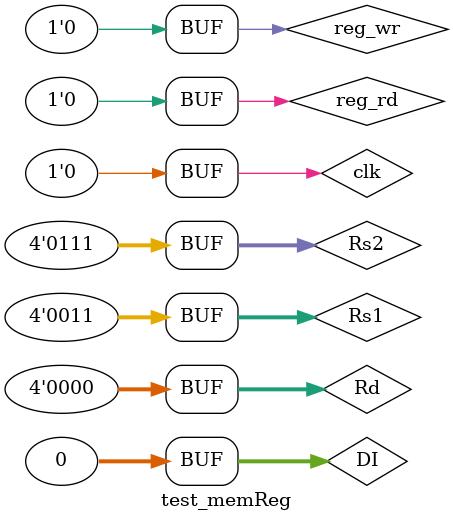
<source format=sv>
module test_memReg();

	logic reg_rd, reg_wr, clk;
	logic [3:0] Rd, Rs1, Rs2;
	logic [31:0] DI, D1, D2;
	
	memReg DUT(.rd_allow(reg_rd), .wr_allow(reg_wr), .clk(clk),
				  .Rd(Rd), .Rs1(Rs1), .Rs2(Rs2),
				  .DI(DI), .D1(D1), .D2(D2));
	
	initial begin
		
		reg_rd = 1'b0; reg_wr = 1'b0; clk = 1'b1;
		Rd = 4'd0; Rs1 = 4'd0; Rs2 = 4'd1;
		DI = 32'h45;
		#10 clk = 1'b0;
		#10 reg_wr = 1'b1; clk = 1'b1;
		#10 clk = 1'b0;
		#10 reg_rd = 1'b1; reg_wr = 1'b1; clk = 1'b1;
		Rd = 4'd1;
		DI = 32'h33;
		#10 clk = 1'b0;
		#10 clk = 1'b1;
		Rd = 4'd4;
		DI = 32'h777;
		#10 clk = 1'b0;
		#10 clk = 1'b1;
		Rd = 4'd7;
		DI = 32'h69;
		#10 clk = 1'b0;
		#10 reg_wr = 1'b0; clk = 1'b1;
		Rd = 4'd0; Rs1 = 4'd4;
		DI = 32'd0;
		#10 clk = 1'b0;
		#10 clk = 1'b1;
		Rs1 = 4'd3; Rs2 = 4'd7;
		#10 clk = 1'b0;
		#10 reg_rd = 1'b0; clk = 1'b1;
		#10 clk = 1'b0;
		
	end

endmodule

</source>
